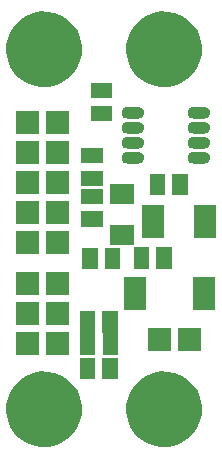
<source format=gbr>
G04 #@! TF.FileFunction,Soldermask,Bot*
%FSLAX46Y46*%
G04 Gerber Fmt 4.6, Leading zero omitted, Abs format (unit mm)*
G04 Created by KiCad (PCBNEW (2016-09-17 revision 679eef1)-makepkg) date 01/02/17 11:18:57*
%MOMM*%
%LPD*%
G01*
G04 APERTURE LIST*
%ADD10C,0.150000*%
G04 APERTURE END LIST*
D10*
G36*
X5416110Y8277872D02*
X6030848Y8151685D01*
X6609363Y7908500D01*
X7129631Y7557574D01*
X7571824Y7112283D01*
X7919105Y6589582D01*
X8158249Y6009378D01*
X8280004Y5394466D01*
X8280004Y5394449D01*
X8280137Y5393776D01*
X8270128Y4676993D01*
X8269977Y4676330D01*
X8269977Y4676306D01*
X8131099Y4065032D01*
X7875851Y3491739D01*
X7514107Y2978933D01*
X7059653Y2546162D01*
X6529787Y2209900D01*
X5944712Y1982964D01*
X5326688Y1873989D01*
X4699273Y1887132D01*
X4086359Y2021890D01*
X3511293Y2273129D01*
X2995980Y2631282D01*
X2560044Y3082706D01*
X2220093Y3610208D01*
X1989075Y4193693D01*
X1875790Y4810936D01*
X1884551Y5438424D01*
X2015027Y6052266D01*
X2262248Y6629075D01*
X2616795Y7146877D01*
X3065163Y7585952D01*
X3590276Y7929576D01*
X4172132Y8164661D01*
X4788571Y8282254D01*
X5416110Y8277872D01*
X5416110Y8277872D01*
G37*
G36*
X15576110Y8277872D02*
X16190848Y8151685D01*
X16769363Y7908500D01*
X17289631Y7557574D01*
X17731824Y7112283D01*
X18079105Y6589582D01*
X18318249Y6009378D01*
X18440004Y5394466D01*
X18440004Y5394449D01*
X18440137Y5393776D01*
X18430128Y4676993D01*
X18429977Y4676330D01*
X18429977Y4676306D01*
X18291099Y4065032D01*
X18035851Y3491739D01*
X17674107Y2978933D01*
X17219653Y2546162D01*
X16689787Y2209900D01*
X16104712Y1982964D01*
X15486688Y1873989D01*
X14859273Y1887132D01*
X14246359Y2021890D01*
X13671293Y2273129D01*
X13155980Y2631282D01*
X12720044Y3082706D01*
X12380093Y3610208D01*
X12149075Y4193693D01*
X12035790Y4810936D01*
X12044551Y5438424D01*
X12175027Y6052266D01*
X12422248Y6629075D01*
X12776795Y7146877D01*
X13225163Y7585952D01*
X13750276Y7929576D01*
X14332132Y8164661D01*
X14948571Y8282254D01*
X15576110Y8277872D01*
X15576110Y8277872D01*
G37*
G36*
X11312500Y7635900D02*
X10023500Y7635900D01*
X10023500Y9432900D01*
X11312500Y9432900D01*
X11312500Y7635900D01*
X11312500Y7635900D01*
G37*
G36*
X9407500Y7635900D02*
X8118500Y7635900D01*
X8118500Y9432900D01*
X9407500Y9432900D01*
X9407500Y7635900D01*
X9407500Y7635900D01*
G37*
G36*
X9407500Y11564900D02*
X9409421Y11545391D01*
X9415112Y11526632D01*
X9424353Y11509343D01*
X9432900Y11498928D01*
X9432900Y9667900D01*
X8143900Y9667900D01*
X8143900Y11498300D01*
X8141979Y11517809D01*
X8136288Y11536568D01*
X8127047Y11553857D01*
X8118500Y11564272D01*
X8118500Y13395300D01*
X9407500Y13395300D01*
X9407500Y11564900D01*
X9407500Y11564900D01*
G37*
G36*
X11312500Y11564900D02*
X11314421Y11545391D01*
X11320112Y11526632D01*
X11329353Y11509343D01*
X11337900Y11498928D01*
X11337900Y9667900D01*
X10048900Y9667900D01*
X10048900Y11498300D01*
X10046979Y11517809D01*
X10041288Y11536568D01*
X10032047Y11553857D01*
X10023500Y11564272D01*
X10023500Y13395300D01*
X11312500Y13395300D01*
X11312500Y11564900D01*
X11312500Y11564900D01*
G37*
G36*
X4645000Y9706000D02*
X2721000Y9706000D01*
X2721000Y11630000D01*
X4645000Y11630000D01*
X4645000Y9706000D01*
X4645000Y9706000D01*
G37*
G36*
X7185000Y9706000D02*
X5261000Y9706000D01*
X5261000Y11630000D01*
X7185000Y11630000D01*
X7185000Y9706000D01*
X7185000Y9706000D01*
G37*
G36*
X18386400Y10010800D02*
X16462400Y10010800D01*
X16462400Y11934800D01*
X18386400Y11934800D01*
X18386400Y10010800D01*
X18386400Y10010800D01*
G37*
G36*
X15846400Y10010800D02*
X13922400Y10010800D01*
X13922400Y11934800D01*
X15846400Y11934800D01*
X15846400Y10010800D01*
X15846400Y10010800D01*
G37*
G36*
X7185000Y12246000D02*
X5261000Y12246000D01*
X5261000Y14170000D01*
X7185000Y14170000D01*
X7185000Y12246000D01*
X7185000Y12246000D01*
G37*
G36*
X4645000Y12246000D02*
X2721000Y12246000D01*
X2721000Y14170000D01*
X4645000Y14170000D01*
X4645000Y12246000D01*
X4645000Y12246000D01*
G37*
G36*
X19572200Y13484400D02*
X17722200Y13484400D01*
X17722200Y16284400D01*
X19572200Y16284400D01*
X19572200Y13484400D01*
X19572200Y13484400D01*
G37*
G36*
X13672200Y13484400D02*
X11822200Y13484400D01*
X11822200Y16284400D01*
X13672200Y16284400D01*
X13672200Y13484400D01*
X13672200Y13484400D01*
G37*
G36*
X7185000Y14786000D02*
X5261000Y14786000D01*
X5261000Y16710000D01*
X7185000Y16710000D01*
X7185000Y14786000D01*
X7185000Y14786000D01*
G37*
G36*
X4645000Y14786000D02*
X2721000Y14786000D01*
X2721000Y16710000D01*
X4645000Y16710000D01*
X4645000Y14786000D01*
X4645000Y14786000D01*
G37*
G36*
X11515700Y16932300D02*
X10226700Y16932300D01*
X10226700Y18729300D01*
X11515700Y18729300D01*
X11515700Y16932300D01*
X11515700Y16932300D01*
G37*
G36*
X9610700Y16932300D02*
X8321700Y16932300D01*
X8321700Y18729300D01*
X9610700Y18729300D01*
X9610700Y16932300D01*
X9610700Y16932300D01*
G37*
G36*
X13979500Y16983100D02*
X12690500Y16983100D01*
X12690500Y18780100D01*
X13979500Y18780100D01*
X13979500Y16983100D01*
X13979500Y16983100D01*
G37*
G36*
X15884500Y16983100D02*
X14595500Y16983100D01*
X14595500Y18780100D01*
X15884500Y18780100D01*
X15884500Y16983100D01*
X15884500Y16983100D01*
G37*
G36*
X7185000Y18215000D02*
X5261000Y18215000D01*
X5261000Y20139000D01*
X7185000Y20139000D01*
X7185000Y18215000D01*
X7185000Y18215000D01*
G37*
G36*
X4645000Y18215000D02*
X2721000Y18215000D01*
X2721000Y20139000D01*
X4645000Y20139000D01*
X4645000Y18215000D01*
X4645000Y18215000D01*
G37*
G36*
X12733630Y18989700D02*
X10634370Y18989700D01*
X10634370Y20690180D01*
X12733630Y20690180D01*
X12733630Y18989700D01*
X12733630Y18989700D01*
G37*
G36*
X15235000Y19580400D02*
X13385000Y19580400D01*
X13385000Y22380400D01*
X15235000Y22380400D01*
X15235000Y19580400D01*
X15235000Y19580400D01*
G37*
G36*
X19635000Y19580400D02*
X17785000Y19580400D01*
X17785000Y22380400D01*
X19635000Y22380400D01*
X19635000Y19580400D01*
X19635000Y19580400D01*
G37*
G36*
X10042500Y20551800D02*
X8245500Y20551800D01*
X8245500Y21840800D01*
X10042500Y21840800D01*
X10042500Y20551800D01*
X10042500Y20551800D01*
G37*
G36*
X7185000Y20755000D02*
X5261000Y20755000D01*
X5261000Y22679000D01*
X7185000Y22679000D01*
X7185000Y20755000D01*
X7185000Y20755000D01*
G37*
G36*
X4645000Y20755000D02*
X2721000Y20755000D01*
X2721000Y22679000D01*
X4645000Y22679000D01*
X4645000Y20755000D01*
X4645000Y20755000D01*
G37*
G36*
X10042500Y22456800D02*
X8245500Y22456800D01*
X8245500Y23745800D01*
X10042500Y23745800D01*
X10042500Y22456800D01*
X10042500Y22456800D01*
G37*
G36*
X12733630Y22489820D02*
X10634370Y22489820D01*
X10634370Y24190300D01*
X12733630Y24190300D01*
X12733630Y22489820D01*
X12733630Y22489820D01*
G37*
G36*
X17243400Y23231500D02*
X15954400Y23231500D01*
X15954400Y25028500D01*
X17243400Y25028500D01*
X17243400Y23231500D01*
X17243400Y23231500D01*
G37*
G36*
X15338400Y23231500D02*
X14049400Y23231500D01*
X14049400Y25028500D01*
X15338400Y25028500D01*
X15338400Y23231500D01*
X15338400Y23231500D01*
G37*
G36*
X4645000Y23295000D02*
X2721000Y23295000D01*
X2721000Y25219000D01*
X4645000Y25219000D01*
X4645000Y23295000D01*
X4645000Y23295000D01*
G37*
G36*
X7185000Y23295000D02*
X5261000Y23295000D01*
X5261000Y25219000D01*
X7185000Y25219000D01*
X7185000Y23295000D01*
X7185000Y23295000D01*
G37*
G36*
X10042500Y24006200D02*
X8245500Y24006200D01*
X8245500Y25295200D01*
X10042500Y25295200D01*
X10042500Y24006200D01*
X10042500Y24006200D01*
G37*
G36*
X4645000Y25835000D02*
X2721000Y25835000D01*
X2721000Y27759000D01*
X4645000Y27759000D01*
X4645000Y25835000D01*
X4645000Y25835000D01*
G37*
G36*
X7185000Y25835000D02*
X5261000Y25835000D01*
X5261000Y27759000D01*
X7185000Y27759000D01*
X7185000Y25835000D01*
X7185000Y25835000D01*
G37*
G36*
X18625723Y26895380D02*
X18625731Y26895379D01*
X18629780Y26895351D01*
X18727686Y26884369D01*
X18821594Y26854580D01*
X18907927Y26807117D01*
X18983398Y26743790D01*
X19045131Y26667010D01*
X19090774Y26579701D01*
X19118591Y26485190D01*
X19118598Y26485116D01*
X19118604Y26485095D01*
X19127524Y26387081D01*
X19117236Y26289194D01*
X19117230Y26289176D01*
X19117222Y26289096D01*
X19088089Y26194982D01*
X19041230Y26108319D01*
X18978431Y26032409D01*
X18902084Y25970141D01*
X18815096Y25923889D01*
X18720782Y25895414D01*
X18622732Y25885800D01*
X17749997Y25885800D01*
X17747077Y25885820D01*
X17747069Y25885821D01*
X17743020Y25885849D01*
X17645114Y25896831D01*
X17551206Y25926620D01*
X17464873Y25974083D01*
X17389402Y26037410D01*
X17327669Y26114190D01*
X17282026Y26201499D01*
X17254209Y26296010D01*
X17254202Y26296084D01*
X17254196Y26296105D01*
X17245276Y26394119D01*
X17255564Y26492006D01*
X17255570Y26492024D01*
X17255578Y26492104D01*
X17284711Y26586218D01*
X17331570Y26672881D01*
X17394369Y26748791D01*
X17470716Y26811059D01*
X17557704Y26857311D01*
X17652018Y26885786D01*
X17750068Y26895400D01*
X18622803Y26895400D01*
X18625723Y26895380D01*
X18625723Y26895380D01*
G37*
G36*
X13037723Y26895380D02*
X13037731Y26895379D01*
X13041780Y26895351D01*
X13139686Y26884369D01*
X13233594Y26854580D01*
X13319927Y26807117D01*
X13395398Y26743790D01*
X13457131Y26667010D01*
X13502774Y26579701D01*
X13530591Y26485190D01*
X13530598Y26485116D01*
X13530604Y26485095D01*
X13539524Y26387081D01*
X13529236Y26289194D01*
X13529230Y26289176D01*
X13529222Y26289096D01*
X13500089Y26194982D01*
X13453230Y26108319D01*
X13390431Y26032409D01*
X13314084Y25970141D01*
X13227096Y25923889D01*
X13132782Y25895414D01*
X13034732Y25885800D01*
X12161997Y25885800D01*
X12159077Y25885820D01*
X12159069Y25885821D01*
X12155020Y25885849D01*
X12057114Y25896831D01*
X11963206Y25926620D01*
X11876873Y25974083D01*
X11801402Y26037410D01*
X11739669Y26114190D01*
X11694026Y26201499D01*
X11666209Y26296010D01*
X11666202Y26296084D01*
X11666196Y26296105D01*
X11657276Y26394119D01*
X11667564Y26492006D01*
X11667570Y26492024D01*
X11667578Y26492104D01*
X11696711Y26586218D01*
X11743570Y26672881D01*
X11806369Y26748791D01*
X11882716Y26811059D01*
X11969704Y26857311D01*
X12064018Y26885786D01*
X12162068Y26895400D01*
X13034803Y26895400D01*
X13037723Y26895380D01*
X13037723Y26895380D01*
G37*
G36*
X10042500Y25911200D02*
X8245500Y25911200D01*
X8245500Y27200200D01*
X10042500Y27200200D01*
X10042500Y25911200D01*
X10042500Y25911200D01*
G37*
G36*
X13037723Y28165380D02*
X13037731Y28165379D01*
X13041780Y28165351D01*
X13139686Y28154369D01*
X13233594Y28124580D01*
X13319927Y28077117D01*
X13395398Y28013790D01*
X13457131Y27937010D01*
X13502774Y27849701D01*
X13530591Y27755190D01*
X13530598Y27755116D01*
X13530604Y27755095D01*
X13539524Y27657081D01*
X13529236Y27559194D01*
X13529230Y27559176D01*
X13529222Y27559096D01*
X13500089Y27464982D01*
X13453230Y27378319D01*
X13390431Y27302409D01*
X13314084Y27240141D01*
X13227096Y27193889D01*
X13132782Y27165414D01*
X13034732Y27155800D01*
X12161997Y27155800D01*
X12159077Y27155820D01*
X12159069Y27155821D01*
X12155020Y27155849D01*
X12057114Y27166831D01*
X11963206Y27196620D01*
X11876873Y27244083D01*
X11801402Y27307410D01*
X11739669Y27384190D01*
X11694026Y27471499D01*
X11666209Y27566010D01*
X11666202Y27566084D01*
X11666196Y27566105D01*
X11657276Y27664119D01*
X11667564Y27762006D01*
X11667570Y27762024D01*
X11667578Y27762104D01*
X11696711Y27856218D01*
X11743570Y27942881D01*
X11806369Y28018791D01*
X11882716Y28081059D01*
X11969704Y28127311D01*
X12064018Y28155786D01*
X12162068Y28165400D01*
X13034803Y28165400D01*
X13037723Y28165380D01*
X13037723Y28165380D01*
G37*
G36*
X18625723Y28165380D02*
X18625731Y28165379D01*
X18629780Y28165351D01*
X18727686Y28154369D01*
X18821594Y28124580D01*
X18907927Y28077117D01*
X18983398Y28013790D01*
X19045131Y27937010D01*
X19090774Y27849701D01*
X19118591Y27755190D01*
X19118598Y27755116D01*
X19118604Y27755095D01*
X19127524Y27657081D01*
X19117236Y27559194D01*
X19117230Y27559176D01*
X19117222Y27559096D01*
X19088089Y27464982D01*
X19041230Y27378319D01*
X18978431Y27302409D01*
X18902084Y27240141D01*
X18815096Y27193889D01*
X18720782Y27165414D01*
X18622732Y27155800D01*
X17749997Y27155800D01*
X17747077Y27155820D01*
X17747069Y27155821D01*
X17743020Y27155849D01*
X17645114Y27166831D01*
X17551206Y27196620D01*
X17464873Y27244083D01*
X17389402Y27307410D01*
X17327669Y27384190D01*
X17282026Y27471499D01*
X17254209Y27566010D01*
X17254202Y27566084D01*
X17254196Y27566105D01*
X17245276Y27664119D01*
X17255564Y27762006D01*
X17255570Y27762024D01*
X17255578Y27762104D01*
X17284711Y27856218D01*
X17331570Y27942881D01*
X17394369Y28018791D01*
X17470716Y28081059D01*
X17557704Y28127311D01*
X17652018Y28155786D01*
X17750068Y28165400D01*
X18622803Y28165400D01*
X18625723Y28165380D01*
X18625723Y28165380D01*
G37*
G36*
X7185000Y28375000D02*
X5261000Y28375000D01*
X5261000Y30299000D01*
X7185000Y30299000D01*
X7185000Y28375000D01*
X7185000Y28375000D01*
G37*
G36*
X4645000Y28375000D02*
X2721000Y28375000D01*
X2721000Y30299000D01*
X4645000Y30299000D01*
X4645000Y28375000D01*
X4645000Y28375000D01*
G37*
G36*
X18625723Y29435380D02*
X18625731Y29435379D01*
X18629780Y29435351D01*
X18727686Y29424369D01*
X18821594Y29394580D01*
X18907927Y29347117D01*
X18983398Y29283790D01*
X19045131Y29207010D01*
X19090774Y29119701D01*
X19118591Y29025190D01*
X19118598Y29025116D01*
X19118604Y29025095D01*
X19127524Y28927081D01*
X19117236Y28829194D01*
X19117230Y28829176D01*
X19117222Y28829096D01*
X19088089Y28734982D01*
X19041230Y28648319D01*
X18978431Y28572409D01*
X18902084Y28510141D01*
X18815096Y28463889D01*
X18720782Y28435414D01*
X18622732Y28425800D01*
X17749997Y28425800D01*
X17747077Y28425820D01*
X17747069Y28425821D01*
X17743020Y28425849D01*
X17645114Y28436831D01*
X17551206Y28466620D01*
X17464873Y28514083D01*
X17389402Y28577410D01*
X17327669Y28654190D01*
X17282026Y28741499D01*
X17254209Y28836010D01*
X17254202Y28836084D01*
X17254196Y28836105D01*
X17245276Y28934119D01*
X17255564Y29032006D01*
X17255570Y29032024D01*
X17255578Y29032104D01*
X17284711Y29126218D01*
X17331570Y29212881D01*
X17394369Y29288791D01*
X17470716Y29351059D01*
X17557704Y29397311D01*
X17652018Y29425786D01*
X17750068Y29435400D01*
X18622803Y29435400D01*
X18625723Y29435380D01*
X18625723Y29435380D01*
G37*
G36*
X13037723Y29435380D02*
X13037731Y29435379D01*
X13041780Y29435351D01*
X13139686Y29424369D01*
X13233594Y29394580D01*
X13319927Y29347117D01*
X13395398Y29283790D01*
X13457131Y29207010D01*
X13502774Y29119701D01*
X13530591Y29025190D01*
X13530598Y29025116D01*
X13530604Y29025095D01*
X13539524Y28927081D01*
X13529236Y28829194D01*
X13529230Y28829176D01*
X13529222Y28829096D01*
X13500089Y28734982D01*
X13453230Y28648319D01*
X13390431Y28572409D01*
X13314084Y28510141D01*
X13227096Y28463889D01*
X13132782Y28435414D01*
X13034732Y28425800D01*
X12161997Y28425800D01*
X12159077Y28425820D01*
X12159069Y28425821D01*
X12155020Y28425849D01*
X12057114Y28436831D01*
X11963206Y28466620D01*
X11876873Y28514083D01*
X11801402Y28577410D01*
X11739669Y28654190D01*
X11694026Y28741499D01*
X11666209Y28836010D01*
X11666202Y28836084D01*
X11666196Y28836105D01*
X11657276Y28934119D01*
X11667564Y29032006D01*
X11667570Y29032024D01*
X11667578Y29032104D01*
X11696711Y29126218D01*
X11743570Y29212881D01*
X11806369Y29288791D01*
X11882716Y29351059D01*
X11969704Y29397311D01*
X12064018Y29425786D01*
X12162068Y29435400D01*
X13034803Y29435400D01*
X13037723Y29435380D01*
X13037723Y29435380D01*
G37*
G36*
X10855300Y29492600D02*
X9058300Y29492600D01*
X9058300Y30781600D01*
X10855300Y30781600D01*
X10855300Y29492600D01*
X10855300Y29492600D01*
G37*
G36*
X13037723Y30705380D02*
X13037731Y30705379D01*
X13041780Y30705351D01*
X13139686Y30694369D01*
X13233594Y30664580D01*
X13319927Y30617117D01*
X13395398Y30553790D01*
X13457131Y30477010D01*
X13502774Y30389701D01*
X13530591Y30295190D01*
X13530598Y30295116D01*
X13530604Y30295095D01*
X13539524Y30197081D01*
X13529236Y30099194D01*
X13529230Y30099176D01*
X13529222Y30099096D01*
X13500089Y30004982D01*
X13453230Y29918319D01*
X13390431Y29842409D01*
X13314084Y29780141D01*
X13227096Y29733889D01*
X13132782Y29705414D01*
X13034732Y29695800D01*
X12161997Y29695800D01*
X12159077Y29695820D01*
X12159069Y29695821D01*
X12155020Y29695849D01*
X12057114Y29706831D01*
X11963206Y29736620D01*
X11876873Y29784083D01*
X11801402Y29847410D01*
X11739669Y29924190D01*
X11694026Y30011499D01*
X11666209Y30106010D01*
X11666202Y30106084D01*
X11666196Y30106105D01*
X11657276Y30204119D01*
X11667564Y30302006D01*
X11667570Y30302024D01*
X11667578Y30302104D01*
X11696711Y30396218D01*
X11743570Y30482881D01*
X11806369Y30558791D01*
X11882716Y30621059D01*
X11969704Y30667311D01*
X12064018Y30695786D01*
X12162068Y30705400D01*
X13034803Y30705400D01*
X13037723Y30705380D01*
X13037723Y30705380D01*
G37*
G36*
X18625723Y30705380D02*
X18625731Y30705379D01*
X18629780Y30705351D01*
X18727686Y30694369D01*
X18821594Y30664580D01*
X18907927Y30617117D01*
X18983398Y30553790D01*
X19045131Y30477010D01*
X19090774Y30389701D01*
X19118591Y30295190D01*
X19118598Y30295116D01*
X19118604Y30295095D01*
X19127524Y30197081D01*
X19117236Y30099194D01*
X19117230Y30099176D01*
X19117222Y30099096D01*
X19088089Y30004982D01*
X19041230Y29918319D01*
X18978431Y29842409D01*
X18902084Y29780141D01*
X18815096Y29733889D01*
X18720782Y29705414D01*
X18622732Y29695800D01*
X17749997Y29695800D01*
X17747077Y29695820D01*
X17747069Y29695821D01*
X17743020Y29695849D01*
X17645114Y29706831D01*
X17551206Y29736620D01*
X17464873Y29784083D01*
X17389402Y29847410D01*
X17327669Y29924190D01*
X17282026Y30011499D01*
X17254209Y30106010D01*
X17254202Y30106084D01*
X17254196Y30106105D01*
X17245276Y30204119D01*
X17255564Y30302006D01*
X17255570Y30302024D01*
X17255578Y30302104D01*
X17284711Y30396218D01*
X17331570Y30482881D01*
X17394369Y30558791D01*
X17470716Y30621059D01*
X17557704Y30667311D01*
X17652018Y30695786D01*
X17750068Y30705400D01*
X18622803Y30705400D01*
X18625723Y30705380D01*
X18625723Y30705380D01*
G37*
G36*
X10855300Y31397600D02*
X9058300Y31397600D01*
X9058300Y32686600D01*
X10855300Y32686600D01*
X10855300Y31397600D01*
X10855300Y31397600D01*
G37*
G36*
X15576110Y38757872D02*
X16190848Y38631685D01*
X16769363Y38388500D01*
X17289631Y38037574D01*
X17731824Y37592283D01*
X18079105Y37069582D01*
X18318249Y36489378D01*
X18440004Y35874466D01*
X18440004Y35874449D01*
X18440137Y35873776D01*
X18430128Y35156993D01*
X18429977Y35156330D01*
X18429977Y35156306D01*
X18291099Y34545032D01*
X18035851Y33971739D01*
X17674107Y33458933D01*
X17219653Y33026162D01*
X16689787Y32689900D01*
X16104712Y32462964D01*
X15486688Y32353989D01*
X14859273Y32367132D01*
X14246359Y32501890D01*
X13671293Y32753129D01*
X13155980Y33111282D01*
X12720044Y33562706D01*
X12380093Y34090208D01*
X12149075Y34673693D01*
X12035790Y35290936D01*
X12044551Y35918424D01*
X12175027Y36532266D01*
X12422248Y37109075D01*
X12776795Y37626877D01*
X13225163Y38065952D01*
X13750276Y38409576D01*
X14332132Y38644661D01*
X14948571Y38762254D01*
X15576110Y38757872D01*
X15576110Y38757872D01*
G37*
G36*
X5416110Y38757872D02*
X6030848Y38631685D01*
X6609363Y38388500D01*
X7129631Y38037574D01*
X7571824Y37592283D01*
X7919105Y37069582D01*
X8158249Y36489378D01*
X8280004Y35874466D01*
X8280004Y35874449D01*
X8280137Y35873776D01*
X8270128Y35156993D01*
X8269977Y35156330D01*
X8269977Y35156306D01*
X8131099Y34545032D01*
X7875851Y33971739D01*
X7514107Y33458933D01*
X7059653Y33026162D01*
X6529787Y32689900D01*
X5944712Y32462964D01*
X5326688Y32353989D01*
X4699273Y32367132D01*
X4086359Y32501890D01*
X3511293Y32753129D01*
X2995980Y33111282D01*
X2560044Y33562706D01*
X2220093Y34090208D01*
X1989075Y34673693D01*
X1875790Y35290936D01*
X1884551Y35918424D01*
X2015027Y36532266D01*
X2262248Y37109075D01*
X2616795Y37626877D01*
X3065163Y38065952D01*
X3590276Y38409576D01*
X4172132Y38644661D01*
X4788571Y38762254D01*
X5416110Y38757872D01*
X5416110Y38757872D01*
G37*
M02*

</source>
